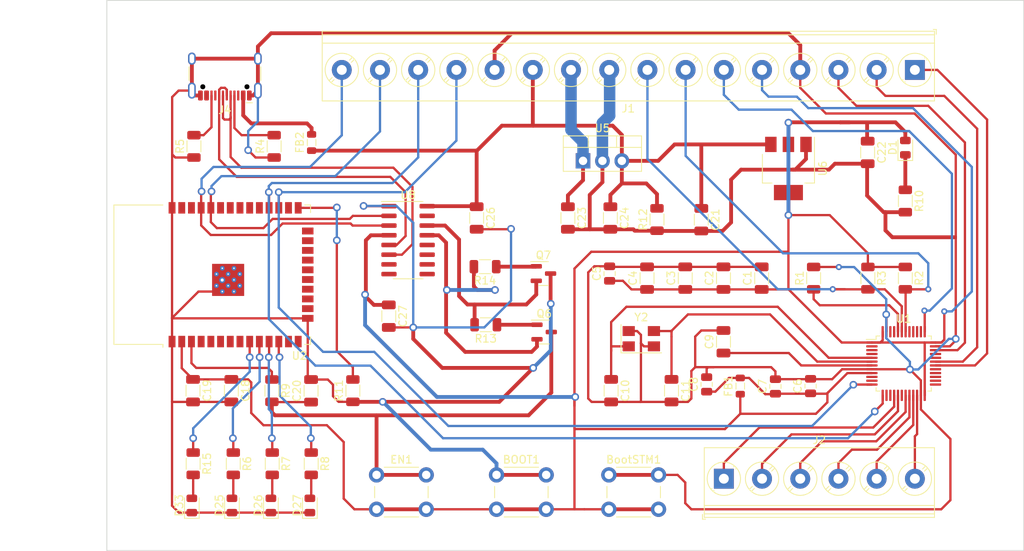
<source format=kicad_pcb>
(kicad_pcb (version 20221018) (generator pcbnew)
  (layers (0 "F.Cu" signal) (31 "B.Cu" power) (34 "B.Paste" user) (35 "F.Paste" user) (36 "B.SilkS" user "B.Silkscreen") (37 "F.SilkS" user "F.Silkscreen") (38 "B.Mask" user) (39 "F.Mask" user) (44 "Edge.Cuts" user))
  (net 0 "")
  (net 1 "+3.3V")
  (net 2 "Net-(U1-NRST)")
  (net 3 "/HSE_IN")
  (net 4 "/HSE_OUT")
  (net 5 "+5V")
  (net 6 "EN")
  (net 7 "Net-(D1-K)")
  (net 8 "Net-(J4-CC1)")
  (net 10 "Net-(J4-CC2)")
  (net 12 "DTR")
  (net 13 "RTS")
  (net 14 "Net-(U1-BOOT0)")
  (net 15 "RXD")
  (net 16 "TXD")
  (net 17 "Net-(U2-EN)")
  (net 18 "Net-(U2-IO0)")
  (net 24 "TX2")
  (net 25 "RX2")
  (net 29 "GND")
  (net 48 "Net-(D25-A)")
  (net 49 "Net-(D26-A)")
  (net 50 "Net-(D27-A)")
  (net 51 "Net-(D33-A)")
  (net 71 "D+")
  (net 72 "D-")
  (net 73 "V_in(+)")
  (net 74 "SWDIO")
  (net 75 "SWCLK")
  (net 76 "PA6")
  (net 77 "PA7")
  (net 78 "PB1")
  (net 79 "PB2")
  (net 80 "PB10")
  (net 81 "PB11")
  (net 82 "PB7")
  (net 83 "PB6")
  (net 84 "PA10")
  (net 85 "PA9")
  (net 86 "Net-(Q6-B)")
  (net 87 "Net-(Q7-B)")
  (net 95 "Net-(U2-IO25)")
  (net 96 "Net-(U2-IO26)")
  (net 97 "Net-(U2-IO27)")
  (net 98 "Net-(U2-IO33)")
  (footprint "Resistor_SMD:R_1206_3216Metric" (layer "F.Cu") (at 98.35 114.3325 -90)
    (fp_text reference "R7")
    (fp_text value "220")
  )
  (footprint "TerminalBlock_Phoenix:TerminalBlock_Phoenix_PT-1,5-16-5.0-H_1x16_P5.00mm_Horizontal" (layer "F.Cu") (at 182.45 62.795 180)
    (fp_text reference "J1")
    (fp_text value "Conn_01x16_Pin")
  )
  (footprint "Inductor_SMD:L_0805_2012Metric" (layer "F.Cu") (at 103.5 72.295 90)
    (fp_text reference "FB2")
    (fp_text value "FB")
  )
  (footprint "Resistor_SMD:R_1206_3216Metric" (layer "F.Cu") (at 176.3 90.045 -90)
    (fp_text reference "R3")
    (fp_text value "1.5k")
  )
  (footprint "Capacitor_SMD:C_1206_3216Metric" (layer "F.Cu") (at 125.1 82.17 -90)
    (fp_text reference "C26")
    (fp_text value "100n")
  )
  (footprint "Resistor_SMD:R_1206_3216Metric" (layer "F.Cu") (at 88 114.3325 -90)
    (fp_text reference "R15")
    (fp_text value "220")
  )
  (footprint "Capacitor_SMD:C_1206_3216Metric" (layer "F.Cu") (at 154.5 82.395 -90)
    (fp_text reference "C21")
    (fp_text value "22u")
  )
  (footprint "Package_TO_SOT_THT:TO-220-3_Vertical" (layer "F.Cu") (at 139.02 74.695)
    (fp_text reference "U5")
    (fp_text value "LM7805_TO220")
  )
  (footprint "Resistor_SMD:R_1206_3216Metric" (layer "F.Cu") (at 98.6 72.795 90)
    (fp_text reference "R4")
    (fp_text value "5k1")
  )
  (footprint "Inductor_SMD:L_0805_2012Metric" (layer "F.Cu") (at 159.6 104.17 90)
    (fp_text reference "FB1")
    (fp_text value "FB")
  )
  (footprint "Resistor_SMD:R_1206_3216Metric" (layer "F.Cu") (at 169.2 90.045 90)
    (fp_text reference "R1")
    (fp_text value "10k")
  )
  (footprint "Resistor_SMD:R_1206_3216Metric" (layer "F.Cu") (at 98.3 104.77 -90)
    (fp_text reference "R9")
    (fp_text value "10k")
  )
  (footprint "Resistor_SMD:R_1206_3216Metric" (layer "F.Cu") (at 181.2 90.045 -90)
    (fp_text reference "R2")
    (fp_text value "1.5k")
  )
  (footprint "Capacitor_SMD:C_1206_3216Metric" (layer "F.Cu") (at 162.4 90.045 90)
    (fp_text reference "C1")
    (fp_text value "100n")
  )
  (footprint "Capacitor_SMD:C_1206_3216Metric" (layer "F.Cu") (at 103.43 104.79 90)
    (fp_text reference "C20")
    (fp_text value "100n")
  )
  (footprint "Capacitor_SMD:C_1206_3216Metric" (layer "F.Cu") (at 176.27 73.595 -90)
    (fp_text reference "C22")
    (fp_text value "22u")
  )
  (footprint "Capacitor_SMD:C_1206_3216Metric" (layer "F.Cu") (at 142.6 82.175 -90)
    (fp_text reference "C24")
    (fp_text value "0.1u")
  )
  (footprint "Package_TO_SOT_SMD:SOT-223-3_TabPin2" (layer "F.Cu") (at 165.9 75.695 -90)
    (fp_text reference "U6")
    (fp_text value "AMS1117-3.3")
  )
  (footprint "Resistor_SMD:R_1206_3216Metric" (layer "F.Cu") (at 108.9 104.77 90)
    (fp_text reference "R11")
    (fp_text value "10k")
  )
  (footprint "Capacitor_SMD:C_0805_2012Metric" (layer "F.Cu") (at 155.2 103.95 90)
    (fp_text reference "C8")
    (fp_text value "1u")
  )
  (footprint "RF_Module:ESP32-WROOM-32" (layer "F.Cu") (at 93.485 89.595 90)
    (fp_text reference "U2")
    (fp_text value "ESP32-WROOM-32")
  )
  (footprint "Resistor_SMD:R_1206_3216Metric" (layer "F.Cu") (at 93.25 114.3325 -90)
    (fp_text reference "R6")
    (fp_text value "220")
  )
  (footprint "LED_SMD:LED_0805_2012Metric" (layer "F.Cu") (at 98.175 119.795 90)
    (fp_text reference "D26")
    (fp_text value "LED")
  )
  (footprint "Capacitor_SMD:C_1206_3216Metric" (layer "F.Cu") (at 157.4 98.37 90)
    (fp_text reference "C9")
    (fp_text value "100n")
  )
  (footprint "Capacitor_SMD:C_1206_3216Metric" (layer "F.Cu") (at 152.4 90.045 90)
    (fp_text reference "C3")
    (fp_text value "100n")
  )
  (footprint "Capacitor_SMD:C_0805_2012Metric" (layer "F.Cu") (at 142.5 89.445 90)
    (fp_text reference "C5")
    (fp_text value "1u")
  )
  (footprint "Resistor_SMD:R_1206_3216Metric" (layer "F.Cu") (at 148.7 82.375 90)
    (fp_text reference "R12")
    (fp_text value "22R")
  )
  (footprint "Crystal:Crystal_SMD_5032-4Pin_5.0x3.2mm" (layer "F.Cu") (at 146.65 97.97)
    (fp_text reference "Y2")
    (fp_text value "8MHz")
  )
  (footprint "Resistor_SMD:R_1206_3216Metric" (layer "F.Cu") (at 126.2 88.545 180)
    (fp_text reference "R14")
    (fp_text value "10k")
  )
  (footprint "TerminalBlock_Phoenix:TerminalBlock_Phoenix_PT-1,5-6-5.0-H_1x06_P5.00mm_Horizontal" (layer "F.Cu") (at 157.45 116.295)
    (fp_text reference "J2")
    (fp_text value "Conn_01x06_Pin")
  )
  (footprint "Button_Switch_THT:SW_PUSH_6mm_H4.3mm" (layer "F.Cu") (at 142.4 115.795)
    (fp_text reference "BootSTM1")
    (fp_text value "~")
  )
  (footprint "Button_Switch_THT:SW_PUSH_6mm_H4.3mm" (layer "F.Cu") (at 127.7 115.795)
    (fp_text reference "BOOT1")
    (fp_text value "~")
  )
  (footprint "Capacitor_SMD:C_1206_3216Metric" (layer "F.Cu") (at 87.98 104.77 -90)
    (fp_text reference "C19")
    (fp_text value "100n")
  )
  (footprint "Button_Switch_THT:SW_PUSH_6mm_H4.3mm" (layer "F.Cu") (at 112 115.795)
    (fp_text reference "EN1")
    (fp_text value "~")
  )
  (footprint "Capacitor_SMD:C_1206_3216Metric" (layer "F.Cu") (at 113.6 95.02 -90)
    (fp_text reference "C27")
    (fp_text value "100n")
  )
  (footprint "LED_SMD:LED_0805_2012Metric" (layer "F.Cu") (at 93.075 119.795 90)
    (fp_text reference "D25")
    (fp_text value "LED")
  )
  (footprint "Package_TO_SOT_SMD:SOT-23" (layer "F.Cu") (at 133.8375 89.445)
    (fp_text reference "Q7")
    (fp_text value "BC817")
  )
  (footprint "Resistor_SMD:R_1206_3216Metric" (layer "F.Cu") (at 103.45 114.3325 -90)
    (fp_text reference "R8")
    (fp_text value "220")
  )
  (footprint "LED_SMD:LED_0805_2012Metric" (layer "F.Cu") (at 181.2 72.97 90)
    (fp_text reference "D1")
    (fp_text value "LED")
  )
  (footprint "Capacitor_SMD:C_1206_3216Metric" (layer "F.Cu") (at 137.04 82.175 -90)
    (fp_text reference "C23")
    (fp_text value "0.33u")
  )
  (footprint "Resistor_SMD:R_1206_3216Metric" (layer "F.Cu") (at 181.2 79.95 -90)
    (fp_text reference "R10")
    (fp_text value "220")
  )
  (footprint "Package_QFP:LQFP-48_7x7mm_P0.5mm" (layer "F.Cu") (at 180.9875 101.22)
    (fp_text reference "U1")
    (fp_text value "STM32F103C8Tx")
  )
  (footprint "Connector_USB:USB_C_Receptacle_HCTL_HC-TYPE-C-16P-01A" (layer "F.Cu") (at 92.15 62.395 180)
    (fp_text reference "J4")
    (fp_text value "USB_C_Receptacle_USB2.0_16P")
  )
  (footprint "Capacitor_SMD:C_1206_3216Metric" (layer "F.Cu") (at 147.4 90.045 90)
    (fp_text reference "C4")
    (fp_text value "100n")
  )
  (footprint "LED_SMD:LED_0805_2012Metric" (layer "F.Cu") (at 103.275 119.795 90)
    (fp_text reference "D27")
    (fp_text value "LED")
  )
  (footprint "Capacitor_SMD:C_1206_3216Metric" (layer "F.Cu") (at 142.7 104.77 -90)
    (fp_text reference "C10")
    (fp_text value "10p")
  )
  (footprint "Capacitor_SMD:C_1206_3216Metric" (layer "F.Cu") (at 150.6 104.77 -90)
    (fp_text reference "C11")
    (fp_text value "10p")
  )
  (footprint "Capacitor_SMD:C_1206_3216Metric" (layer "F.Cu") (at 157.4 90.045 90)
    (fp_text reference "C2")
    (fp_text value "100n")
  )
  (footprint "Package_SO:SOP-16_3.9x9.9mm_P1.27mm" (layer "F.Cu") (at 116.125 85.07)
    (fp_text reference "U8")
    (fp_text value "CH340C")
  )
  (footprint "Resistor_SMD:R_1206_3216Metric" (layer "F.Cu") (at 126.29375 96.145 180)
    (fp_text reference "R13")
    (fp_text value "10k")
  )
  (footprint "Capacitor_SMD:C_1206_3216Metric" (layer "F.Cu") (at 93 104.77 -90)
    (fp_text reference "C18")
    (fp_text value "22u")
  )
  (footprint "Capacitor_SMD:C_0805_2012Metric" (layer "F.Cu") (at 168.8 104.17 90)
    (fp_text reference "C6")
    (fp_text value "10n")
  )
  (footprint "LED_SMD:LED_0805_2012Metric" (layer "F.Cu") (at 87.825 119.795 90)
    (fp_text reference "D33")
    (fp_text value "LED")
  )
  (footprint "Resistor_SMD:R_1206_3216Metric" (layer "F.Cu") (at 88.1 72.795 90)
    (fp_text reference "R5")
    (fp_text value "5k1")
  )
  (footprint "Capacitor_SMD:C_0805_2012Metric" (layer "F.Cu") (at 164.2 104.22 90)
    (fp_text reference "C7")
    (fp_text value "1u")
  )
  (footprint "Package_TO_SOT_SMD:SOT-23" (layer "F.Cu") (at 133.93125 97.095)
    (fp_text reference "Q6")
    (fp_text value "BC817")
  )
  (gr_line (start 76.7 53.695) (end 196.7 53.695) (stroke (width 0.1)) (layer "Edge.Cuts"))
  (gr_line (start 76.7 53.695) (end 76.7 125.695) (stroke (width 0.1)) (layer "Edge.Cuts"))
  (gr_line (start 196.7 125.695) (end 196.7 53.695) (stroke (width 0.1)) (layer "Edge.Cuts"))
  (gr_line (start 76.7 125.695) (end 196.7 125.695) (stroke (width 0.1)) (layer "Edge.Cuts"))
  (segment (start 165.9 81.795) (end 165.9 86.695) (width 0.3) (layer "F.Cu") (net 1))
  (segment (start 171 105.095) (end 171 106.295) (width 0.3) (layer "F.Cu") (net 1))
  (segment (start 165.9 69.65) (end 165.9 69.695) (width 0.5) (layer "F.Cu") (net 1))
  (segment (start 86.505 101.82) (end 86.505 98.345) (width 0.3) (layer "F.Cu") (net 1))
  (segment (start 162.4 91.52) (end 165.925 91.52) (width 0.3) (layer "F.Cu") (net 1))
  (segment (start 157.4 91.52) (end 152.4 91.52) (width 0.3) (layer "F.Cu") (net 1))
  (segment (start 162.4 91.52) (end 157.4 91.52) (width 0.3) (layer "F.Cu") (net 1))
  (segment (start 159.6 105.2325) (end 159.6 107.795) (width 0.3) (layer "F.Cu") (net 1))
  (segment (start 171.15 104.945) (end 170.925 105.17) (width 0.3) (layer "F.Cu") (net 1))
  (segment (start 162.875 105.2325) (end 164.1375 105.2325) (width 0.3) (layer "F.Cu") (net 1))
  (segment (start 127.7 120.295) (end 118.5 120.295) (width 0.3) (layer "F.Cu") (net 1))
  (segment (start 95.2 103.295) (end 95.6 103.695) (width 0.3) (layer "F.Cu") (net 1))
  (segment (start 93 103.295) (end 95.2 103.295) (width 0.3) (layer "F.Cu") (net 1))
  (segment (start 186.3 98.095) (end 185.925 98.47) (width 0.3) (layer "F.Cu") (net 1))
  (segment (start 107.7 118.895) (end 109.1 120.295) (width 0.3) (layer "F.Cu") (net 1))
  (segment (start 165.9 81.795) (end 171.3 81.795) (width 0.3) (layer "F.Cu") (net 1))
  (segment (start 170.925 105.17) (end 164.2 105.17) (width 0.3) (layer "F.Cu") (net 1))
  (segment (start 97.2 109.295) (end 105.5 109.295) (width 0.3) (layer "F.Cu") (net 1))
  (segment (start 145.3625 91.52) (end 144.2375 90.395) (width 0.3) (layer "F.Cu") (net 1))
  (segment (start 137.9 105.495) (end 138 105.595) (width 0.3) (layer "F.Cu") (net 1))
  (segment (start 118.5 120.295) (end 112 120.295) (width 0.5) (layer "F.Cu") (net 1))
  (segment (start 178.2375 97.0575) (end 178.2375 98.1575) (width 0.3) (layer "F.Cu") (net 1))
  (segment (start 113.65 84.435) (end 111.26 84.435) (width 0.5) (layer "F.Cu") (net 1))
  (segment (start 171 106.295) (end 169.5 107.795) (width 0.3) (layer "F.Cu") (net 1))
  (segment (start 137.9 105.295) (end 137.9 88.795) (width 0.3) (layer "F.Cu") (net 1))
  (segment (start 172.875 98.47) (end 176.825 98.47) (width 0.3) (layer "F.Cu") (net 1))
  (segment (start 185.925 98.47) (end 185.15 98.47) (width 0.3) (layer "F.Cu") (net 1))
  (segment (start 179.905 69.65) (end 172.7 69.65) (width 0.5) (layer "F.Cu") (net 1))
  (segment (start 183.7375 98.5075) (end 183.7 98.47) (width 0.3) (layer "F.Cu") (net 1))
  (segment (start 152.4 91.52) (end 147.4 91.52) (width 0.3) (layer "F.Cu") (net 1))
  (segment (start 164.1375 105.2325) (end 164.2 105.17) (width 0.3) (layer "F.Cu") (net 1))
  (segment (start 159.6 107.795) (end 157.6 109.795) (width 0.3) (layer "F.Cu") (net 1))
  (segment (start 157.6 109.795) (end 138 109.795) (width 0.3) (layer "F.Cu") (net 1))
  (segment (start 134.2 120.295) (end 127.7 120.295) (width 0.5) (layer "F.Cu") (net 1))
  (segment (start 177.6 98.47) (end 176.825 98.47) (width 0.3) (layer "F.Cu") (net 1))
  (segment (start 171.3 81.795) (end 176.3 86.795) (width 0.3) (layer "F.Cu") (net 1))
  (segment (start 110.6 85.095) (end 110.6 92.095) (width 0.5) (layer "F.Cu") (net 1))
  (segment (start 165.9 69.695) (end 165.9 72.545) (width 0.5) (layer "F.Cu") (net 1))
  (segment (start 169.5 107.795) (end 159.6 107.795) (width 0.3) (layer "F.Cu") (net 1))
  (segment (start 156.3325 104.9) (end 158.125 103.1075) (width 0.3) (layer "F.Cu") (net 1))
  (segment (start 138 109.795) (end 137.9 109.695) (width 0.3) (layer "F.Cu") (net 1))
  (segment (start 165.9 86.695) (end 165.9 91.495) (width 0.3) (layer "F.Cu") (net 1))
  (segment (start 186.3 94.395) (end 186.3 98.095) (width 0.3) (layer "F.Cu") (net 1))
  (segment (start 110.6 92.495) (end 111.65 93.545) (width 0.5) (layer "F.Cu") (net 1))
  (segment (start 183.7 98.47) (end 177.6 98.47) (width 0.3) (layer "F.Cu") (net 1))
  (segment (start 173.9 69.65) (end 172.7 69.65) (width 0.5) (layer "F.Cu") (net 1))
  (segment (start 148.9 120.295) (end 142.4 120.295) (width 0.5) (layer "F.Cu") (net 1))
  (segment (start 159.6 103.1075) (end 160.75 103.1075) (width 0.3) (layer "F.Cu") (net 1))
  (segment (start 181.2 88.5825) (end 176.3 88.5825) (width 0.3) (layer "F.Cu") (net 1))
  (segment (start 95.6 107.695) (end 97.2 109.295) (width 0.3) (layer "F.Cu") (net 1))
  (segment (start 110.5 92.195) (end 110.6 92.295) (width 0.5) (layer "F.Cu") (net 1))
  (segment (start 165.9 78.845) (end 165.9 81.795) (width 0.5) (layer "F.Cu") (net 1))
  (segment (start 178.2375 98.1575) (end 177.925 98.47) (width 0.3) (layer "F.Cu") (net 1))
  (segment (start 139.2 120.295) (end 134.2 120.295) (width 0.3) (layer "F.Cu") (net 1))
  (segment (start 95.6 103.695) (end 95.6 107.695) (width 0.3) (layer "F.Cu") (net 1))
  (segment (start 110.6 92.295) (end 110.6 92.495) (width 0.5) (layer "F.Cu") (net 1))
  (segment (start 165.925 91.52) (end 172.875 98.47) (width 0.3) (layer "F.Cu") (net 1))
  (segment (start 165.9 81.795) (end 165.9 81.895) (width 0.5) (layer "F.Cu") (net 1))
  (segment (start 155.2 104.9) (end 156.3325 104.9) (width 0.3) (layer "F.Cu") (net 1))
  (segment (start 140.1 86.595) (end 165.8 86.595) (width 0.3) (layer "F.Cu") (net 1))
  (segment (start 172.7 69.65) (end 165.9 69.65) (width 0.5) (layer "F.Cu") (net 1))
  (segment (start 87.98 103.295) (end 86.505 101.82) (width 0.3) (layer "F.Cu") (net 1))
  (segment (start 107.7 111.495) (end 107.7 118.895) (width 0.3) (layer "F.Cu") (net 1))
  (segment (start 160.75 103.1075) (end 162.875 105.2325) (width 0.3) (layer "F.Cu") (net 1))
  (segment (start 147.4 91.52) (end 145.3625 91.52) (width 0.3) (layer "F.Cu") (net 1))
  (segment (start 137.9 88.795) (end 140.1 86.595) (width 0.3) (layer "F.Cu") (net 1))
  (segment (start 171.15 104.945) (end 171 105.095) (width 0.3) (layer "F.Cu") (net 1))
  (segment (start 176.2 72.13) (end 176.2 69.66) (width 0.5) (layer "F.Cu") (net 1))
  (segment (start 144.2375 90.395) (end 142.5 90.395) (width 0.3) (layer "F.Cu") (net 1))
  (segment (start 142.4 120.295) (end 139.2 120.295) (width 0.3) (layer "F.Cu") (net 1))
  (segment (start 110.6 92.095) (end 110.5 92.195) (width 0.5) (layer "F.Cu") (net 1))
  (segment (start 181.2 70.945) (end 179.905 69.65) (width 0.5) (layer "F.Cu") (net 1))
  (segment (start 183.7375 105.3825) (end 183.7375 98.5075) (width 0.3) (layer "F.Cu") (net 1))
  (segment (start 177.925 98.47) (end 177.6 98.47) (width 0.3) (layer "F.Cu") (net 1))
  (segment (start 137.9 106.795) (end 137.9 105.295) (width 0.3) (layer "F.Cu") (net 1))
  (segment (start 176.825 102.47) (end 173.625 102.47) (width 0.3) (layer "F.Cu") (net 1))
  (segment (start 111.26 84.435) (end 110.6 85.095) (width 0.5) (layer "F.Cu") (net 1))
  (segment (start 176.3 86.795) (end 176.3 88.5825) (width 0.3) (layer "F.Cu") (net 1))
  (segment (start 165.8 86.595) (end 165.9 86.695) (width 0.3) (layer "F.Cu") (net 1))
  (segment (start 173.625 102.47) (end 171.15 104.945) (width 0.3) (layer "F.Cu") (net 1))
  (segment (start 137.9 105.695) (end 137.9 120.295) (width 0.3) (layer "F.Cu") (net 1))
  (segment (start 158.125 103.1075) (end 159.6 103.1075) (width 0.3) (layer "F.Cu") (net 1))
  (segment (start 138 105.595) (end 137.9 105.695) (width 0.3) (layer "F.Cu") (net 1))
  (segment (start 181.2 72.0325) (end 181.2 70.945) (width 0.5) (layer "F.Cu") (net 1))
  (segment (start 137.9 105.295) (end 137.9 105.495) (width 0.3) (layer "F.Cu") (net 1))
  (segment (start 105.5 109.295) (end 107.7 111.495) (width 0.3) (layer "F.Cu") (net 1))
  (segment (start 185.15 98.47) (end 183.7 98.47) (width 0.3) (layer "F.Cu") (net 1))
  (segment (start 93 103.295) (end 87.98 103.295) (width 0.3) (layer "F.Cu") (net 1))
  (segment (start 109.1 120.295) (end 112 120.295) (width 0.3) (layer "F.Cu") (net 1))
  (segment (start 111.65 93.545) (end 113.6 93.545) (width 0.5) (layer "F.Cu") (net 1))
  (via (at 138 105.595) (size 1) (drill 0.6) (layers "F.Cu" "B.Cu") (net 1))
  (via (at 110.5 92.195) (size 1) (drill 0.6) (layers "F.Cu" "B.Cu") (net 1))
  (via (at 186.3 94.395) (size 0.8) (drill 0.4) (layers "F.Cu" "B.Cu") (net 1))
  (via (at 165.9 69.695) (size 1) (drill 0.6) (layers "F.Cu" "B.Cu") (net 1))
  (via (at 165.9 81.795) (size 1) (drill 0.6) (layers "F.Cu" "B.Cu") (net 1))
  (segment (start 186.3 94.395) (end 187.3 94.395) (width 0.3) (layer "B.Cu") (net 1))
  (segment (start 167 66.295) (end 163.3 66.295) (width 0.3) (layer "B.Cu") (net 1))
  (segment (start 119.9 105.595) (end 110.5 96.195) (width 0.5) (layer "B.Cu") (net 1))
  (segment (start 168.5 67.795) (end 167 66.295) (width 0.3) (layer "B.Cu") (net 1))
  (segment (start 163.3 66.295) (end 162.45 65.445) (width 0.3) (layer "B.Cu") (net 1))
  (segment (start 162.45 65.445) (end 162.45 62.795) (width 0.3) (layer "B.Cu") (net 1))
  (segment (start 182.2 67.795) (end 168.5 67.795) (width 0.3) (layer "B.Cu") (net 1))
  (segment (start 138 105.595) (end 119.9 105.595) (width 0.5) (layer "B.Cu") (net 1))
  (segment (start 187.3 94.395) (end 189.9 91.795) (width 0.3) (layer "B.Cu") (net 1))
  (segment (start 189.9 91.795) (end 189.9 75.495) (width 0.3) (layer "B.Cu") (net 1))
  (segment (start 165.9 81.795) (end 165.9 69.695) (width 0.5) (layer "B.Cu") (net 1))
  (segment (start 110.5 96.195) (end 110.5 92.195) (width 0.5) (layer "B.Cu") (net 1))
  (segment (start 189.9 75.495) (end 182.2 67.795) (width 0.3) (layer "B.Cu") (net 1))
  (segment (start 165.95 99.845) (end 157.4 99.845) (width 0.3) (layer "F.Cu") (net 2))
  (segment (start 176.825 101.47) (end 167.575 101.47) (width 0.3) (layer "F.Cu") (net 2))
  (segment (start 167.575 101.47) (end 165.95 99.845) (width 0.3) (layer "F.Cu") (net 2))
  (segment (start 145 98.97) (end 142.7 98.97) (width 0.3) (layer "F.Cu") (net 3))
  (segment (start 142.7 95.795) (end 142.7 99.57) (width 0.3) (layer "F.Cu") (net 3))
  (segment (start 171.175 100.47) (end 164.5 93.795) (width 0.3) (layer "F.Cu") (net 3))
  (segment (start 144.7 93.795) (end 142.7 95.795) (width 0.3) (layer "F.Cu") (net 3))
  (segment (start 142.7 99.57) (end 142.7 103.295) (width 0.3) (layer "F.Cu") (net 3))
  (segment (start 164.5 93.795) (end 144.7 93.795) (width 0.3) (layer "F.Cu") (net 3))
  (segment (start 142.7 98.97) (end 142.7 99.57) (width 0.3) (layer "F.Cu") (net 3))
  (segment (start 176.825 100.47) (end 171.175 100.47) (width 0.3) (layer "F.Cu") (net 3))
  (segment (start 150.6 97.695) (end 150.6 103.295) (width 0.3) (layer "F.Cu") (net 4))
  (segment (start 150.6 97.095) (end 150.6 96.995) (width 0.3) (layer "F.Cu") (net 4))
  (segment (start 150.6 96.995) (end 150.6 96.945) (width 0.3) (layer "F.Cu") (net 4))
  (segment (start 169.675 100.97) (end 176.825 100.97) (width 0.3) (layer "F.Cu") (net 4))
  (segment (start 150.575 96.97) (end 150.6 96.995) (width 0.3) (layer "F.Cu") (net 4))
  (segment (start 152.75 94.795) (end 163.5 94.795) (width 0.3) (layer "F.Cu") (net 4))
  (segment (start 150.6 96.945) (end 152.75 94.795) (width 0.3) (layer "F.Cu") (net 4))
  (segment (start 150.6 97.695) (end 150.6 97.095) (width 0.3) (layer "F.Cu") (net 4))
  (segment (start 148.3 96.97) (end 150.575 96.97) (width 0.3) (layer "F.Cu") (net 4))
  (segment (start 163.5 94.795) (end 169.675 100.97) (width 0.3) (layer "F.Cu") (net 4))
  (segment (start 148.855 74.695) (end 144.1 74.695) (width 0.5) (layer "F.Cu") (net 5))
  (segment (start 125.1 73.3575) (end 103.5 73.3575) (width 0.5) (layer "F.Cu") (net 5))
  (segment (start 142.9 70.095) (end 132.5 70.095) (width 0.5) (layer "F.Cu") (net 5))
  (segment (start 154.5 72.545) (end 151.005 72.545) (width 0.5) (layer "F.Cu") (net 5))
  (segment (start 147.3 77.65) (end 144.1 77.65) (width 0.5) (layer "F.Cu") (net 5))
  (segment (start 125.1 80.695) (end 125.1 73.3575) (width 0.5) (layer "F.Cu") (net 5))
  (segment (start 144.1 74.695) (end 144.1 71.295) (width 0.5) (layer "F.Cu") (net 5))
  (segment (start 154.5 80.92) (end 154.5 72.545) (width 0.5) (layer "F.Cu") (net 5))
  (segment (start 144.1 71.295) (end 142.9 70.095) (width 0.5) (layer "F.Cu") (net 5))
  (segment (start 132.45 70.045) (end 132.5 70.095) (width 0.5) (layer "F.Cu") (net 5))
  (segment (start 132.45 62.795) (end 132.45 70.045) (width 0.5) (layer "F.Cu") (net 5))
  (segment (start 142.6 79.15) (end 142.6 80.7) (width 0.5) (layer "F.Cu") (net 5))
  (segment (start 128.4 70.095) (end 125.1375 73.3575) (width 0.5) (layer "F.Cu") (net 5))
  (segment (start 125.1375 73.3575) (end 125.1 73.3575) (width 0.5) (layer "F.Cu") (net 5))
  (segment (start 148.7 80.9125) (end 148.7 79.05) (width 0.5) (layer "F.Cu") (net 5))
  (segment (start 94.55 66.14) (end 94.55 68.745) (width 0.5) (layer "F.Cu") (net 5))
  (segment (start 148.7 79.05) (end 147.3 77.65) (width 0.5) (layer "F.Cu") (net 5))
  (segment (start 102.9 69.795) (end 103.5 70.395) (width 0.5) (layer "F.Cu") (net 5))
  (segment (start 125.03 80.625) (end 125.1 80.695) (width 0.5) (layer "F.Cu") (net 5))
  (segment (start 118.6 80.625) (end 125.03 80.625) (width 0.5) (layer "F.Cu") (net 5))
  (segment (start 132.5 70.095) (end 128.4 70.095) (width 0.5) (layer "F.Cu") (net 5))
  (segment (start 94.55 68.745) (end 95.6 69.795) (width 0.5) (layer "F.Cu") (net 5))
  (segment (start 151.005 72.545) (end 148.855 74.695) (width 0.5) (layer "F.Cu") (net 5))
  (segment (start 163.6 72.545) (end 154.5 72.545) (width 0.5) (layer "F.Cu") (net 5))
  (segment (start 103.5 70.395) (end 103.5 71.2325) (width 0.5) (layer "F.Cu") (net 5))
  (segment (start 144.1 77.65) (end 142.6 79.15) (width 0.5) (layer "F.Cu") (net 5))
  (segment (start 144.1 77.65) (end 144.1 74.695) (width 0.5) (layer "F.Cu") (net 5))
  (segment (start 95.6 69.795) (end 102.9 69.795) (width 0.5) (layer "F.Cu") (net 5))
  (segment (start 134.86875 105.02625) (end 131.9 107.995) (width 0.5) (layer "F.Cu") (net 6))
  (segment (start 131.9 107.995) (end 98.7 107.995) (width 0.5) (layer "F.Cu") (net 6))
  (segment (start 118.5 115.795) (end 112 115.795) (width 0.5) (layer "F.Cu") (net 6))
  (segment (start 112 115.795) (end 112 107.995) (width 0.5) (layer "F.Cu") (net 6))
  (segment (start 134.86875 97.095) (end 134.86875 105.02625) (width 0.5) (layer "F.Cu") (net 6))
  (segment (start 98.3325 106.265) (end 98.3 106.2325) (width 0.3) (layer "F.Cu") (net 6))
  (segment (start 98.7 107.995) (end 98.3 107.595) (width 0.5) (layer "F.Cu") (net 6))
  (segment (start 98.3 107.595) (end 98.3 106.2325) (width 0.5) (layer "F.Cu") (net 6))
  (segment (start 103.43 106.265) (end 98.3325 106.265) (width 0.3) (layer "F.Cu") (net 6))
  (segment (start 181.2 73.9075) (end 181.2 78.4825) (width 0.5) (layer "F.Cu") (net 7))
  (segment (start 94.3375 71.3325) (end 93.4 70.395) (width 0.3) (layer "F.Cu") (net 8))
  (segment (start 93.4 70.395) (end 93.4 66.14) (width 0.3) (layer "F.Cu") (net 8))
  (segment (start 98.6 71.3325) (end 94.3375 71.3325) (width 0.3) (layer "F.Cu") (net 8))
  (segment (start 89.3625 71.3325) (end 88.1 71.3325) (width 0.3) (layer "F.Cu") (net 10))
  (segment (start 90.4 66.14) (end 90.4 70.295) (width 0.3) (layer "F.Cu") (net 10))
  (segment (start 90.4 70.295) (end 89.3625 71.3325) (width 0.3) (layer "F.Cu") (net 10))
  (segment (start 121.1 85.395) (end 120.14 84.435) (width 0.5) (layer "F.Cu") (net 12))
  (segment (start 121.1 91.495) (end 121.1 85.395) (width 0.5) (layer "F.Cu") (net 12))
  (segment (start 123.6 99.695) (end 132.3 99.695) (width 0.5) (layer "F.Cu") (net 12))
  (segment (start 121.2 91.595) (end 121.1 91.495) (width 0.5) (layer "F.Cu") (net 12))
  (segment (start 132.99375 99.00125) (end 132.99375 98.045) (width 0.5) (layer "F.Cu") (net 12))
  (segment (start 124.7375 91.1325) (end 125.2 91.595) (width 0.5) (layer "F.Cu") (net 12))
  (segment (start 127.5 91.595) (end 127.4 91.595) (width 0.5) (layer "F.Cu") (net 12))
  (segment (start 121.1 97.195) (end 123.6 99.695) (width 0.5) (layer "F.Cu") (net 12))
  (segment (start 121.1 91.695) (end 121.1 97.195) (width 0.5) (layer "F.Cu") (net 12))
  (segment (start 120.14 84.435) (end 118.6 84.435) (width 0.5) (layer "F.Cu") (net 12))
  (segment (start 125.2 91.595) (end 127.5 91.595) (width 0.5) (layer "F.Cu") (net 12))
  (segment (start 132.3 99.695) (end 132.99375 99.00125) (width 0.5) (layer "F.Cu") (net 12))
  (segment (start 124.7375 88.545) (end 124.7375 91.1325) (width 0.5) (layer "F.Cu") (net 12))
  (segment (start 121.2 91.595) (end 121.1 91.695) (width 0.5) (layer "F.Cu") (net 12))
  (via (at 121.2 91.595) (size 1) (drill 0.6) (layers "F.Cu" "B.Cu") (net 12))
  (via (at 127.5 91.595) (size 1) (drill 0.6) (layers "F.Cu" "B.Cu") (net 12))
  (segment (start 121.2 91.595) (end 127.5 91.595) (width 0.5) (layer "B.Cu") (net 12))
  (segment (start 120.97 83.165) (end 118.6 83.165) (width 0.5) (layer "F.Cu") (net 13))
  (segment (start 123.9 93.495) (end 122.8 92.395) (width 0.5) (layer "F.Cu") (net 13))
  (segment (start 124.83125 96.145) (end 124.83125 93.495) (width 0.5) (layer "F.Cu") (net 13))
  (segment (start 132.9 90.395) (end 132.9 92.195) (width 0.5) (layer "F.Cu") (net 13))
  (segment (start 132.9 92.195) (end 131.6 93.495) (width 0.5) (layer "F.Cu") (net 13))
  (segment (start 122.8 92.395) (end 122.8 84.995) (width 0.5) (layer "F.Cu") (net 13))
  (segment (start 122.8 84.995) (end 120.97 83.165) (width 0.5) (layer "F.Cu") (net 13))
  (segment (start 131.6 93.495) (end 123.9 93.495) (width 0.5) (layer "F.Cu") (net 13))
  (segment (start 169.2 91.5075) (end 169.2 92.795) (width 0.3) (layer "F.Cu") (net 14))
  (segment (start 180.2375 94.7325) (end 180.2375 97.0575) (width 0.3) (layer "F.Cu") (net 14))
  (segment (start 169.2 92.795) (end 170 93.595) (width 0.3) (layer "F.Cu") (net 14))
  (segment (start 170 93.595) (end 179.1 93.595) (width 0.3) (layer "F.Cu") (net 14))
  (segment (start 179.1 93.595) (end 180.2375 94.7325) (width 0.3) (layer "F.Cu") (net 14))
  (segment (start 97.2 83.495) (end 91.1 83.495) (width 0.3) (layer "F.Cu") (net 15))
  (segment (start 108.9 81.895) (end 108.5 82.295) (width 0.3) (layer "F.Cu") (net 15))
  (segment (start 90.315 80.845) (end 90.315 78.78) (width 0.3) (layer "F.Cu") (net 15))
  (segment (start 90.315 78.78) (end 90.4 78.695) (width 0.3) (layer "F.Cu") (net 15))
  (segment (start 108.5 82.295) (end 98.4 82.295) (width 0.3) (layer "F.Cu") (net 15))
  (segment (start 90.4 78.795) (end 90.3 78.895) (width 0.3) (layer "F.Cu") (net 15))
  (segment (start 91.1 83.495) (end 90.315 82.71) (width 0.3) (layer "F.Cu") (net 15))
  (segment (start 113.65 81.895) (end 108.9 81.895) (width 0.3) (layer "F.Cu") (net 15))
  (segment (start 90.4 78.695) (end 90.4 78.795) (width 0.3) (layer "F.Cu") (net 15))
  (segment (start 90.315 82.71) (end 90.315 80.845) (width 0.3) (layer "F.Cu") (net 15))
  (segment (start 98.4 82.295) (end 97.2 83.495) (width 0.3) (layer "F.Cu") (net 15))
  (via (at 90.4 78.695) (size 1) (drill 0.6) (layers "F.Cu" "B.Cu") (net 15))
  (segment (start 91.7 76.695) (end 106.6 76.695) (width 0.3) (layer "B.Cu") (net 15))
  (segment (start 112.45 70.845) (end 112.45 62.795) (width 0.3) (layer "B.Cu") (net 15))
  (segment (start 90.4 77.995) (end 91.7 76.695) (width 0.3) (layer "B.Cu") (net 15))
  (segment (start 106.6 76.695) (end 112.45 70.845) (width 0.3) (layer "B.Cu") (net 15))
  (segment (start 90.4 78.695) (end 90.4 77.995) (width 0.3) (layer "B.Cu") (net 15))
  (segment (start 89.045 80.845) (end 89.045 78.75) (width 0.3) (layer "F.Cu") (net 16))
  (segment (start 108.6 82.895) (end 99.7 82.895) (width 0.3) (layer "F.Cu") (net 16))
  (segment (start 113.65 83.165) (end 108.87 83.165) (width 0.3) (layer "F.Cu") (net 16))
  (segment (start 89.045 78.75) (end 89.1 78.695) (width 0.3) (layer "F.Cu") (net 16))
  (segment (start 89.1 78.695) (end 89.1 78.895) (width 0.3) (layer "F.Cu") (net 16))
  (segment (start 90.3 84.395) (end 89.045 83.14) (width 0.3) (layer "F.Cu") (net 16))
  (segment (start 89.045 83.14) (end 89.045 80.845) (width 0.3) (layer "F.Cu") (net 16))
  (segment (start 99.7 82.895) (end 98.2 84.395) (width 0.3) (layer "F.Cu") (net 16))
  (segment (start 108.87 83.165) (end 108.6 82.895) (width 0.3) (layer "F.Cu") (net 16))
  (segment (start 89.1 78.895) (end 89 78.995) (width 0.3) (layer "F.Cu") (net 16))
  (segment (start 98.2 84.395) (end 90.3 84.395) (width 0.3) (layer "F.Cu") (net 16))
  (via (at 89.1 78.695) (size 1) (drill 0.6) (layers "F.Cu" "B.Cu") (net 16))
  (segment (start 89.1 77.045) (end 89.1 78.695) (width 0.3) (layer "B.Cu") (net 16))
  (segment (start 107.45 62.795) (end 107.45 71.345) (width 0.3) (layer "B.Cu") (net 16))
  (segment (start 90.65 75.495) (end 89.1 77.045) (width 0.3) (layer "B.Cu") (net 16))
  (segment (start 107.45 71.345) (end 103.3 75.495) (width 0.3) (layer "B.Cu") (net 16))
  (segment (start 103.3 75.495) (end 90.65 75.495) (width 0.3) (layer "B.Cu") (net 16))
  (segment (start 97.8 101.795) (end 88.4 101.795) (width 0.3) (layer "F.Cu") (net 17))
  (segment (start 87.775 101.17) (end 87.775 98.345) (width 0.3) (layer "F.Cu") (net 17))
  (segment (start 98.3 102.295) (end 97.8 101.795) (width 0.3) (layer "F.Cu") (net 17))
  (segment (start 88.4 101.795) (end 87.775 101.17) (width 0.3) (layer "F.Cu") (net 17))
  (segment (start 98.3 103.3075) (end 98.3 102.295) (width 0.3) (layer "F.Cu") (net 17))
  (segment (start 106.75 80.845) (end 101.745 80.845) (width 0.3) (layer "F.Cu") (net 18))
  (segment (start 106.8 85.095) (end 106.8 99.595) (width 0.3) (layer "F.Cu") (net 18))
  (segment (start 106.8 80.795) (end 106.75 80.845) (width 0.3) (layer "F.Cu") (net 18))
  (segment (start 108.9 101.695) (end 108.9 103.3075) (width 0.3) (layer "F.Cu") (net 18))
  (segment (start 106.8 99.595) (end 108.9 101.695) (width 0.3) (layer "F.Cu") (net 18))
  (via (at 106.8 80.795) (size 1) (drill 0.6) (layers "F.Cu" "B.Cu") (net 18))
  (via (at 106.8 85.095) (size 1) (drill 0.6) (layers "F.Cu" "B.Cu") (net 18))
  (segment (start 106.8 80.795) (end 106.8 85.095) (width 0.3) (layer "B.Cu") (net 18))
  (segment (start 174.4 103.995) (end 174.6 103.995) (width 0.3) (layer "F.Cu") (net 24))
  (segment (start 99.205 78.8) (end 99.2 78.795) (width 0.3) (layer "F.Cu") (net 24))
  (segment (start 174.425 103.97) (end 174.4 103.995) (width 0.3) (layer "F.Cu") (net 24))
  (segment (start 174.6 103.995) (end 174.625 103.97) (width 0.3) (layer "F.Cu") (net 24))
  (segment (start 99.2 78.895) (end 99.2 78.985) (width 0.3) (layer "F.Cu") (net 24))
  (segment (start 99.2 78.985) (end 99.205 78.99) (width 0.3) (layer "F.Cu") (net 24))
  (segment (start 176.825 103.97) (end 174.425 103.97) (width 0.3) (layer "F.Cu") (net 24))
  (segment (start 99.205 80.845) (end 99.205 78.8) (width 0.3) (layer "F.Cu") (net 24))
  (segment (start 99.205 78.99) (end 99.205 79.1) (width 0.3) (layer "F.Cu") (net 24))
  (via (at 174.4 103.995) (size 1) (drill 0.6) (layers "F.Cu" "B.Cu") (net 24))
  (via (at 99.2 78.795) (size 1) (drill 0.6) (layers "F.Cu" "B.Cu") (net 24))
  (segment (start 99.2 78.795) (end 115.7 78.795) (width 0.3) (layer "B.Cu") (net 24))
  (segment (start 121.4 109.395) (end 111.7 99.695) (width 0.3) (layer "B.Cu") (net 24))
  (segment (start 115.7 78.795) (end 122.45 72.045) (width 0.3) (layer "B.Cu") (net 24))
  (segment (start 99.2 93.895) (end 99.2 78.795) (width 0.3) (layer "B.Cu") (net 24))
  (segment (start 174.4 103.995) (end 169 109.395) (width 0.3) (layer "B.Cu") (net 24))
  (segment (start 105 99.695) (end 99.2 93.895) (width 0.3) (layer "B.Cu") (net 24))
  (segment (start 169 109.395) (end 121.4 109.395) (width 0.3) (layer "B.Cu") (net 24))
  (segment (start 122.45 72.045) (end 122.45 62.795) (width 0.3) (layer "B.Cu") (net 24))
  (segment (start 111.7 99.695) (end 105 99.695) (width 0.3) (layer "B.Cu") (net 24))
  (segment (start 97.9 78.795) (end 97.9 78.995) (width 0.3) (layer "F.Cu") (net 25))
  (segment (start 178.2375 105.3825) (end 178.2375 106.4575) (width 0.3) (layer "F.Cu") (net 25))
  (segment (start 97.935 80.845) (end 97.935 78.83) (width 0.3) (layer "F.Cu") (net 25))
  (segment (start 97.9 78.995) (end 97.935 79.03) (width 0.3) (layer "F.Cu") (net 25))
  (segment (start 178.2375 106.4575) (end 177.2 107.495) (width 0.3) (layer "F.Cu") (net 25))
  (segment (start 97.935 78.83) (end 97.9 78.795) (width 0.3) (layer "F.Cu") (net 25))
  (via (at 97.9 78.795) (size 1) (drill 0.6) (layers "F.Cu" "B.Cu") (net 25))
  (via (at 177.2 107.495) (size 1) (drill 0.6) (layers "F.Cu" "B.Cu") (net 25))
  (segment (start 117.45 62.795) (end 117.45 74.245) (width 0.3) (layer "B.Cu") (net 25))
  (segment (start 97.9 78.795) (end 97.9 95.395) (width 0.3) (layer "B.Cu") (net 25))
  (segment (start 111.2 101.495) (end 120.7 110.995) (width 0.3) (layer "B.Cu") (net 25))
  (segment (start 104 101.495) (end 111.2 101.495) (width 0.3) (layer "B.Cu") (net 25))
  (segment (start 173.7 110.995) (end 177.2 107.495) (width 0.3) (layer "B.Cu") (net 25))
  (segment (start 97.9 95.395) (end 104 101.495) (width 0.3) (layer "B.Cu") (net 25))
  (segment (start 114.1 77.595) (end 98.3 77.595) (width 0.3) (layer "B.Cu") (net 25))
  (segment (start 120.7 110.995) (end 173.7 110.995) (width 0.3) (layer "B.Cu") (net 25))
  (segment (start 117.45 74.245) (end 114.1 77.595) (width 0.3) (layer "B.Cu") (net 25))
  (segment (start 98.3 77.595) (end 97.9 77.995) (width 0.3) (layer "B.Cu") (net 25))
  (segment (start 97.9 77.995) (end 97.9 78.795) (width 0.3) (layer "B.Cu") (net 25))
  (segment (start 185.9 120.295) (end 187.1 119.095) (width 0.3) (layer "F.Cu") (net 29))
  (segment (start 142.575 88.57) (end 142.5 88.495) (width 0.3) (layer "F.Cu") (net 29))
  (segment (start 178.6 83.795) (end 178.6 81.4125) (width 0.5) (layer "F.Cu") (net 29))
  (segment (start 116.8 96.495) (end 117 96.495) (width 0.3) (layer "F.Cu") (net 29))
  (segment (start 167.45 59.545) (end 165.9 57.995) (width 0.5) (layer "F.Cu") (net 29))
  (segment (start 183.2375 107.2325) (end 183.2375 105.3825) (width 0.3) (layer "F.Cu") (net 29))
  (segment (start 110.3 80.595) (end 110.27 80.625) (width 0.3) (layer "F.Cu") (net 29))
  (segment (start 113.6 96.495) (end 116.8 96.495) (width 0.3) (layer "F.Cu") (net 29))
  (segment (start 154.5 83.87) (end 148.7325 83.87) (width 0.5) (layer "F.Cu") (net 29))
  (segment (start 85.6625 74.2575) (end 85.25 73.845) (width 0.3) (layer "F.Cu") (net 29))
  (segment (start 103.43 103.315) (end 105.62 103.315) (width 0.3) (layer "F.Cu") (net 29))
  (segment (start 170.8 68.495) (end 167.45 65.145) (width 0.3) (layer "F.Cu") (net 29))
  (segment (start 139.9 79.15) (end 139.9 83.65) (width 0.5) (layer "F.Cu") (net 29))
  (segment (start 178.7 94.795) (end 178.7375 94.8325) (width 0.3) (layer "F.Cu") (net 29))
  (segment (start 155.2 101.895) (end 155.4 101.695) (width 0.3) (layer "F.Cu") (net 29))
  (segment (start 116.8 96.495) (end 116.8 97.995) (width 0.5) (layer "F.Cu") (net 29))
  (segment (start 153.7 101.695) (end 156.1 101.695) (width 0.3) (layer "F.Cu") (net 29))
  (segment (start 134.775 93.42) (end 134.775 93.495) (width 0.3) (layer "F.Cu") (net 29))
  (segment (start 187.7 84.695) (end 179.5 84.695) (width 0.5) (layer "F.Cu") (net 29))
  (segment (start 187.1 111.095) (end 183.2375 107.2325) (width 0.3) (layer "F.Cu") (net 29))
  (segment (start 187.025 98.97) (end 185.15 98.97) (width 0.3) (layer "F.Cu") (net 29))
  (segment (start 141.56 74.695) (end 141.56 77.49) (width 0.5) (layer "F.Cu") (net 29))
  (segment (start 96.47 61.32) (end 96.47 65.5) (width 0.5) (layer "F.Cu") (net 29))
  (segment (start 120.6 101.795) (end 132.5 101.795) (width 0.5) (layer "F.Cu") (net 29))
  (segment (start 88.1 74.2575) (end 85.6625 74.2575) (width 0.3) (layer "F.Cu") (net 29))
  (segment (start 85.235 95.295) (end 85.245 95.305) (width 0.3) (layer "F.Cu") (net 29))
  (segment (start 178.7375 94.8325) (end 178.7375 97.0575) (width 0.3) (layer "F.Cu") (net 29))
  (segment (start 110.27 80.625) (end 110.13 80.625) (width 0.3) (layer "F.Cu") (net 29))
  (segment (start 165.9 57.995) (end 129.7 57.995) (width 0.5) (layer "F.Cu") (net 29))
  (segment (start 147.4 88.57) (end 142.575 88.57) (width 0.3) (layer "F.Cu") (net 29))
  (segment (start 96.47 61.32) (end 96.47 59.725) (width 0.5) (layer "F.Cu") (net 29))
  (segment (start 85.235 98.345) (end 85.235 106.195) (width 0.3) (layer "F.Cu") (net 29))
  (segment (start 171.2 75.85) (end 166.5 75.85) (width 0.5) (layer "F.Cu") (net 29))
  (segment (start 98.175 120.7325) (end 103.275 120.7325) (width 0.3) (layer "F.Cu") (net 29))
  (segment (start 157.28 83.87) (end 154.5 83.87) (width 0.5) (layer "F.Cu") (net 29))
  (segment (start 134.775 89.445) (end 134.775 93.37) (width 0.5) (layer "F.Cu") (net 29))
  (segment (start 134.775 93.37) (end 134.8 93.395) (width 0.3) (layer "F.Cu") (net 29))
  (segment (start 87.83 61.32) (end 87.83 65.5) (width 0.5) (layer "F.Cu") (net 29))
  (segment (start 168.2 74.45) (end 166.8 75.85) (width 0.5) (layer "F.Cu") (net 29))
  (segment (start 152.4 119.495) (end 153.2 120.295) (width 0.3) (layer "F.Cu") (net 29))
  (segment (start 159.7 75.85) (end 158.4 77.15) (width 0.5) (layer "F.Cu") (net 29))
  (segment (start 176.825 101.97) (end 181.775 101.97) (width 0.3) (layer "F.Cu") (net 29))
  (segment (start 113.65 80.625) (end 110.33 80.625) (width 0.3) (layer "F.Cu") (net 29))
  (segment (start 148.9 115.795) (end 151.4 115.795) (width 0.3) (layer "F.Cu") (net 29))
  (segment (start 129.7 57.995) (end 127.45 60.245) (width 0.5) (layer "F.Cu") (net 29))
  (segment (start 85.235 80.845) (end 85.235 95.295) (width 0.3) (layer "F.Cu") (net 29))
  (segment (start 158.4 82.75) (end 157.28 83.87) (width 0.5) (layer "F.Cu") (net 29))
  (segment (start 137.04 83.65) (end 142.6 83.65) (width 0.5) (layer "F.Cu") (net 29))
  (segment (start 142.5 88.495) (end 140.5 88.495) (width 0.3) (layer "F.Cu") (net 29))
  (segment (start 93.075 120.7325) (end 98.175 120.7325) (width 0.3) (layer "F.Cu") (net 29))
  (segment (start 181.2 81.4125) (end 178.6 81.4125) (width 0.5) (layer "F.Cu") (net 29))
  (segment (start 187.8 97.995) (end 187.8 84.795) (width 0.3) (layer "F.Cu") (net 29))
  (segment (start 88.695 91.8) (end 85.235 95.26) (width 0.3) (layer "F.Cu") (net 29))
  (segment (start 134.8 93.395) (end 134.775 93.42) (width 0.3) (layer "F.Cu") (net 29))
  (segment (start 146.6 98.57) (end 146.6 106.1825) (width 0.3) (layer "F.Cu") (net 29))
  (segment (start 98.2 57.995) (end 129.7 57.995) (width 0.5) (layer "F.Cu") (net 29))
  (segment (start 85.235 95.295) (end 85.235 98.345) (width 0.3) (layer "F.Cu") (net 29))
  (segment (start 105.62 103.315) (end 106.3 103.995) (width 0.3) (layer "F.Cu") (net 29))
  (segment (start 128.0625 106.2325) (end 112.8 106.2325) (width 0.5) (layer "F.Cu") (net 29))
  (segment (start 93 106.245) (end 87.98 106.245) (width 0.3) (layer "F.Cu") (net 29))
  (segment (start 183.2375 103.4325) (end 183.2375 105.3825) (width 0.3) (layer "F.Cu") (net 29))
  (segment (start 187.8 97.995) (end 187.8 98.195) (width 0.3) (layer "F.Cu") (net 29))
  (segment (start 172.4875 88.5825) (end 169.2 88.5825) (width 0.3) (layer "F.Cu") (net 29))
  (segment (start 85.235 80.845) (end 85.25 80.83) (width 0.3) (layer "F.Cu") (net 29))
  (segment (start 153.2 105.795) (end 153.2 102.195) (width 0.3) (layer "F.Cu") (net 29))
  (segment (start 95.2 73.295) (end 96.1625 74.2575) (width 0.3) (layer "F.Cu") (net 29))
  (segment (start 187.7 84.695) (end 187.8 84.595) (width 0.3) (layer "F.Cu") (net 29))
  (segment (start 116.8 97.995) (end 120.6 101.795) (width 0.5) (layer "F.Cu") (net 29))
  (segment (start 168.2 72.545) (end 168.2 74.45) (width 0.5) (layer "F.Cu") (net 29))
  (segment (start 167.45 65.145) (end 167.45 62.795) (width 0.3) (layer "F.Cu") (net 29))
  (segment (start 142.4 115.795) (end 148.9 115.795) (width 0.5) (layer "F.Cu") (net 29))
  (segment (start 145.7875 83.8375) (end 145.6 83.65) (width 0.5) (layer "F.Cu") (net 29))
  (segment (start 163.6375 101.695) (end 164.2 102.2575) (width 0.3) (layer "F.Cu") (net 29))
  (segment (start 171.98 75.07) (end 171.2 75.85) (width 0.5) (layer "F.Cu") (net 29))
  (segment (start 154.5 96.895) (end 153.7 97.695) (width 0.3) (layer "F.Cu") (net 29))
  (segment (start 187.8 84.795) (end 187.7 84.695) (width 0.3) (layer "F.Cu") (net 29))
  (segment (start 140.5 88.495) (end 139.7 89.295) (width 0.3) (layer "F.Cu") (net 29))
  (segment (start 176.27 75.07) (end 171.98 75.07) (width 0.5) (layer "F.Cu") (net 29))
  (segment (start 91.05 91.8) (end 88.695 91.8) (width 0.3) (layer "F.Cu") (net 29))
  (segment (start 187.8 98.195) (end 187.025 98.97) (width 0.3) (layer "F.Cu") (net 29))
  (segment (start 148.5125 83.65) (end 148.7 83.8375) (width 0.5) (layer "F.Cu") (net 29))
  (segment (start 166.5 75.85) (end 159.7 75.85) (width 0.5) (layer "F.Cu") (net 29))
  (segment (start 102.995 95.305) (end 85.245 95.305) (width 0.3) (layer "F.Cu") (net 29))
  (segment (start 139.7 89.295) (end 139.7 105.795) (width 0.3) (layer "F.Cu") (net 29))
  (segment (start 172.5 88.595) (end 172.4875 88.5825) (width 0.3) (layer "F.Cu") (net 29))
  (segment (start 172.925 101.97) (end 171.625 103.27) (width 0.3) (layer "F.Cu") (net 29))
  (segment (start 148.7325 83.87) (end 148.7 83.8375) (width 0.5) (layer "F.Cu") (net 29))
  (segment (start 155.2 103) (end 155.2 101.895) (width 0.3) (layer "F.Cu") (net 29))
  (segment (start 150.6 106.245) (end 146.5375 106.245) (width 0.3) (layer "F.Cu") (net 29))
  (segment (start 156.1 101.695) (end 163.6375 101.695) (width 0.3) (layer "F.Cu") (net 29))
  (segment (start 96.47 59.725) (end 98.2 57.995) (width 0.5) (layer "F.Cu") (net 29))
  (segment (start 85.235 106.195) (end 85.235 119.83) (width 0.3) (layer "F.Cu") (net 29))
  (segment (start 95.83 66.14) (end 95.35 66.14) (width 0.5) (layer "F.Cu") (net 29))
  (segment (start 172.4 88.595) (end 172.3875 88.5825) (width 0.3) (layer "F.Cu") (net 29))
  (segment (start 146.6 106.1825) (end 146.5375 106.245) (width 0.3) (layer "F.Cu") (net 29))
  (segment (start 187.8 84.595) (end 187.8 73.895) (width 0.3) (layer "F.Cu") (net 29))
  (segment (start 106.3 103.995) (end 106.3 105.495) (width 0.3) (layer "F.Cu") (net 29))
  (segment (start 134.2 115.795) (end 127.7 115.795) (width 0.5) (layer "F.Cu") (net 29))
  (segment (start 86.095 65.5) (end 87.615 65.5) (width 0.3) (layer "F.Cu") (net 29))
  (segment (start 85.25 73.845) (end 85.25 66.345) (width 0.3) (layer "F.Cu") (net 29))
  (segment (start 145 96.97) (end 146.1 96.97) (width 0.3) (layer "F.Cu") (net 29))
  (segment (start 172.5 88.595) (end 172.4 88.595) (width 0.3) (layer "F.Cu") (net 29))
  (segment (start 140.15 106.245) (end 142.7 106.245) (width 0.3) (layer "F.Cu") (net 29))
  (segment (start 157.4 96.895) (end 154.5 96.895) (width 0.3) (layer "F.Cu") (net 29))
  (segment (start 157.4 88.57) (end 152.4 88.57) (width 0.3) (layer "F.Cu") (net 29))
  (segment (start 187.1 119.095) (end 187.1 111.095) (width 0.3) (layer "F.Cu") (net 29))
  (segment (start 164.2 102.2575) (end 164.2 103.27) (width 0.3) (layer "F.Cu") (net 29))
  (segment (start 141.56 77.49) (end 139.9 79.15) (width 0.5) (layer "F.Cu") (net 29))
  (segment (start 102.995 95.305) (end 102.995 102.88) (width 0.3) (layer "F.Cu") (net 29))
  (segment (start 146.5375 106.245) (end 142.7 106.245) (width 0.3) (layer "F.Cu") (net 29))
  (segment (start 162.4 88.57) (end 157.4 88.57) (width 0.3) (layer "F.Cu") (net 29))
  (segment (start 167.45 62.795) (end 167.45 59.545) (width 0.5) (layer "F.Cu") (net 29))
  (segment (start 153.7 97.695) (end 153.7 101.695) (width 0.3) (layer "F.Cu") (net 29))
  (segment (start 148.7 83.8375) (end 145.7875 83.8375) (width 0.5) (layer "F.Cu") (net 29))
  (segment (start 127.45 60.245) (end 127.45 62.795) (width 0.5) (layer "F.Cu") (net 29))
  (segment (start 151.4 115.795) (end 152.4 116.795) (width 0.3) (layer "F.Cu") (net 29))
  (segment (start 129.6 83.595) (end 129.55 83.645) (width 0.3) (layer "F.Cu") (net 29))
  (segment (start 85.25 80.83) (end 85.25 73.845) (width 0.3) (layer "F.Cu") (net 29))
  (segment (start 87.825 120.7325) (end 93.075 120.7325) (width 0.3) (layer "F.Cu") (net 29))
  (segment (start 132.5 101.795) (end 128.0625 106.2325) (width 0.5) (layer "F.Cu") (net 29))
  (segment (start 179.5 84.695) (end 178.6 83.795) (width 0.5) (layer "F.Cu") (net 29))
  (segment (start 155.4 101.695) (end 156.1 101.695) (width 0.3) (layer "F.Cu") (net 29))
  (segment (start 178.3625 81.4125) (end 176.2 79.25) (width 0.5) (layer "F.Cu") (net 29))
  (segment (start 85.25 66.345) (end 86.095 65.5) (width 0.3) (layer "F.Cu") (net 29))
  (segment (start 85.285 106.245) (end 85.235 106.195) (width 0.3) (layer "F.Cu") (net 29))
  (segment (start 147 98.97) (end 148.3 98.97) (width 0.3) (layer "F.Cu") (net 29))
  (segment (start 182.4 68.495) (end 170.8 68.495) (width 0.3) (layer "F.Cu") (net 29))
  (segment (start 96.47 65.5) (end 95.83 66.14) (width 0.5) (layer "F.Cu") (net 29))
  (segment (start 171.625 103.27) (end 164.2 103.27) (width 0.3) (layer "F.Cu") (net 29))
  (segment (start 178.6 81.4125) (end 178.3625 81.4125) (width 0.5) (layer "F.Cu") (net 29))
  (segment (start 139.7 105.795) (end 140.15 106.245) (width 0.3) (layer "F.Cu") (net 29))
  (segment (start 176.825 101.97) (end 172.925 101.97) (width 0.3) (layer "F.Cu") (net 29))
  (segment (start 152.75 106.245) (end 153.2 105.795) (width 0.3) (layer "F.Cu") (net 29))
  (segment (start 106.3 105.495) (end 107.0375 106.2325) (width 0.3) (layer "F.Cu") (net 29))
  (segment (start 110.33 80.625) (end 110.3 80.595) (width 0.3) (layer "F.Cu") (net 29))
  (segment (start 102.995 102.88) (end 103.43 103.315) (width 0.3) (layer "F.Cu") (net 29))
  (segment (start 112.8 106.2325) (end 108.9 106.2325) (width 0.5) (layer "F.Cu") (net 29))
  (segment (start 176.2 79.25) (end 176.2 75.07) (width 0.5) (layer "F.Cu") (net 29))
  (segment (start 181.8 101.995) (end 183.2375 103.4325) (width 0.3) (layer "F.Cu") (net 29))
  (segment (start 146.6 98.57) (end 147 98.97) (width 0.3) (layer "F.Cu") (net 29))
  (segment (start 146.6 97.47) (end 146.6 98.57) (width 0.3) (layer "F.Cu") (net 29))
  (segment (start 96.1625 74.2575) (end 98.6 74.2575) (width 0.3) (layer "F.Cu") (net 29))
  (segment (start 146.1 96.97) (end 146.6 97.47) (width 0.3) (layer "F.Cu") (net 29))
  (segment (start 153.2 102.195) (end 153.7 101.695) (width 0.3) (layer "F.Cu") (net 29))
  (segment (start 85.235 95.26) (end 85.235 95.295) (width 0.3) (layer "F.Cu") (net 29))
  (segment (start 150.6 106.245) (end 152.75 106.245) (width 0.3) (layer "F.Cu") (net 29))
  (segment (start 181.775 101.97) (end 181.8 101.995) (width 0.3) (layer "F.Cu") (net 29))
  (segment (start 153.2 120.295) (end 185.9 120.295) (width 0.3) (layer "F.Cu") (net 29))
  (segment (start 166.8 75.85) (end 166.5 75.85) (width 0.5) (layer "F.Cu") (net 29))
  (segment (start 129.55 83.645) (end 125.1 83.645) (width 0.3) (layer "F.Cu") (net 29))
  (segment (start 107.0375 106.2325) (end 108.9 106.2325) (width 0.3) (layer "F.Cu") (net 29))
  (segment (start 86.1375 120.7325) (end 87.825 120.7325) (width 0.3) (layer "F.Cu") (net 29))
  (segment (start 87.98 106.245) (end 85.285 106.245) (width 0.3) (layer "F.Cu") (net 29))
  (segment (start 88.255 66.14) (end 88.95 66.14) (width 0.5) (layer "F.Cu") (net 29))
  (segment (start 158.4 77.15) (end 158.4 82.75) (width 0.5) (layer "F.Cu") (net 29))
  (segment (start 145.6 83.65) (end 142.6 83.65) (width 0.5) (layer "F.Cu") (net 29))
  (segment (start 85.235 119.83) (end 86.1375 120.7325) (width 0.3) (layer "F.Cu") (net 29))
  (segment (start 187.8 73.895) (end 182.4 68.495) (width 0.3) (layer "F.Cu") (net 29))
  (segment (start 152.4 88.57) (end 147.4 88.57) (width 0.3) (layer "F.Cu") (net 29))
  (segment (start 87.83 61.32) (end 96.47 61.32) (width 0.5) (layer "F.Cu") (net 29))
  (segment (start 152.4 116.795) (end 152.4 119.495) (width 0.3) (layer "F.Cu") (net 29))
  (via (at 110.3 80.595) (size 1) (drill 0.6) (layers "F.Cu" "B.Cu") (net 29))
  (via (at 112.8 106.2325) (size 1) (drill 0.6) (layers "F.Cu" "B.Cu") (net 29))
  (via (at 172.5 88.595) (size 0.8) (drill 0.4) (layers "F.Cu" "B.Cu") (net 29))
  (via (at 129.6 83.595) (size 1) (drill 0.6) (layers "F.Cu" "B.Cu") (net 29))
  (via (at 132.5 101.795) (size 1) (drill 0.6) (layers "F.Cu" "B.Cu") (net 29))
  (via (at 134.8 93.395) (size 1) (drill 0.6) (layers "F.Cu" "B.Cu") (net 29))
  (via (at 178.7 94.795) (size 1) (drill 0.6) (layers "F.Cu" "B.Cu") (net 29))
  (via (at 116.8 96.495) (size 1) (drill 0.6) (layers "F.Cu" "B.Cu") (net 29))
  (via (at 95.2 73.295) (size 1) (drill 0.6) (layers "F.Cu" "B.Cu") (net 29))
  (via (at 91.8 90.295) (size 0.8) (drill 0.4) (layers "F.Cu" "B.Cu") (net 29))
  (via (at 187.8 97.995) (size 1) (drill 0.6) (layers "F.Cu" "B.Cu") (net 29))
  (via (at 181.8 101.995) (size 1) (drill 0.6) (layers "F.Cu" "B.Cu") (net 29))
  (segment (start 187.8 97.995) (end 186.9 97.995) (width 0.3) (layer "B.Cu") (net 29))
  (segment (start 178.7 94.795) (end 178.7 97.895) (width 0.3) (layer "B.Cu") (net 29))
  (segment (start 127.7 114.295) (end 127.7 115.795) (width 0.5) (layer "B.Cu") (net 29))
  (segment (start 141.56 74.695) (end 141.56 69.735) (width 1.5) (layer "B.Cu") (net 29))
  (segment (start 178.7 94.795) (end 178.7 92.795) (width 0.3) (layer "B.Cu") (net 29))
  (segment (start 182.9 101.995) (end 181.8 101.995) (width 0.3) (layer "B.Cu") (net 29))
  (segment (start 125.9 112.495) (end 127.7 114.295) (width 0.5) (layer "B.Cu") (net 29))
  (segment (start 174.5 88.595) (end 172.5 88.595) (width 0.3) (layer "B.Cu") (net 29))
  (segment (start 129.6 92.995) (end 126.1 96.495) (width 0.3) (layer "B.Cu") (net 29))
  (segment (start 112.8 106.2325) (end 112.8375 106.2325) (width 0.5) (layer "B.Cu") (net 29))
  (segment (start 119.1 112.495) (end 125.9 112.495) (width 0.5) (layer "B.Cu") (net 29))
  (segment (start 116.8 82.795) (end 116.8 96.495) (width 0.3) (layer "B.Cu") (net 29))
  (segment (start 181.8 100.995) (end 181.8 101.995) (width 0.3) (layer "B.Cu") (net 29))
  (segment (start 112.8375 106.2325) (end 119.1 112.495) (width 0.5) (layer "B.Cu") (net 29))
  (segment (start 110.3 80.595) (end 114.6 80.595) (width 0.3) (layer "B.Cu") (net 29))
  (segment (start 114.6 80.595) (end 116.8 82.795) (width 0.3) (layer "B.Cu") (net 29))
  (segment (start 134.8 99.495) (end 134.8 93.395) (width 0.5) (layer "B.Cu") (net 29))
  (segment (start 141.56 69.735) (end 142.5 68.795) (width 1.5) (layer "B.Cu") (net 29))
  (segment (start 132.5 101.795) (end 134.8 99.495) (width 0.5) (layer "B.Cu") (net 29))
  (segment (start 96.47 69.525) (end 96.47 65.5) (width 0.3) (layer "B.Cu") (net 29))
  (segment (start 186.9 97.995) (end 182.9 101.995) (width 0.3) (layer "B.Cu") (net 29))
  (segment (start 129.6 83.595) (end 129.6 92.995) (width 0.3) (layer "B.Cu") (net 29))
  (segment (start 95.2 70.795) (end 96.47 69.525) (width 0.3) (layer "B.Cu") (net 29))
  (segment (start 95.2 73.295) (end 95.2 70.795) (width 0.3) (layer "B.Cu") (net 29))
  (segment (start 142.5 62.845) (end 142.45 62.795) (width 2) (layer "B.Cu") (net 29))
  (segment (start 142.5 68.795) (end 142.5 62.845) (width 1.5) (layer "B.Cu") (net 29))
  (segment (start 178.7 92.795) (end 174.5 88.595) (width 0.3) (layer "B.Cu") (net 29))
  (segment (start 178.7 97.895) (end 181.8 100.995) (width 0.3) (layer "B.Cu") (net 29))
  (segment (start 126.1 96.495) (end 116.8 96.495) (width 0.3) (layer "B.Cu") (net 29))
  (segment (start 93.25 115.795) (end 93.25 118.6825) (width 0.3) (layer "F.Cu") (net 48))
  (segment (start 93.25 118.6825) (end 93.075 118.8575) (width 0.3) (layer "F.Cu") (net 48))
  (segment (start 98.35 115.795) (end 98.35 118.6825) (width 0.3) (layer "F.Cu") (net 49))
  (segment (start 98.35 118.6825) (end 98.175 118.8575) (width 0.3) (layer "F.Cu") (net 49))
  (segment (start 103.45 115.795) (end 103.45 118.6825) (width 0.3) (layer "F.Cu") (net 50))
  (segment (start 103.45 118.6825) (end 103.275 118.8575) (width 0.3) (layer "F.Cu") (net 50))
  (segment (start 88 118.6825) (end 87.825 118.8575) (width 0.3) (layer "F.Cu") (net 51))
  (segment (start 88 115.795) (end 88 118.6825) (width 0.3) (layer "F.Cu") (net 51))
  (segment (start 91.64688 65.14) (end 92.15312 65.14) (width 0.3) (layer "F.Cu") (net 71))
  (segment (start 113.8 76.795) (end 93.7 76.795) (width 0.3) (layer "F.Cu") (net 71))
  (segment (start 92.4 65.38688) (end 92.4 66.14) (width 0.3) (layer "F.Cu") (net 71))
  (segment (start 92.15312 65.14) (end 92.4 65.38688) (width 0.3) (layer "F.Cu") (net 71))
  (segment (start 91.4 74.495) (end 91.4 65.38688) (width 0.3) (layer "F.Cu") (net 71))
  (segment (start 115.8 78.795) (end 113.8 76.795) (width 0.3) (layer "F.Cu") (net 71))
  (segment (start 91.4 65.38688) (end 91.64688 65.14) (width 0.3) (layer "F.Cu") (net 71))
  (segment (start 114.624999 85.705) (end 115.8 84.529999) (width 0.3) (layer "F.Cu") (net 71))
  (segment (start 115.8 84.529999) (end 115.8 78.795) (width 0.3) (layer "F.Cu") (net 71))
  (segment (start 93.7 76.795) (end 91.4 74.495) (width 0.3) (layer "F.Cu") (net 71))
  (segment (start 113.65 85.705) (end 114.624999 85.705) (width 0.3) (layer "F.Cu") (net 71))
  (segment (start 94.3 75.595) (end 114.2 75.595) (width 0.3) (layer "F.Cu") (net 72))
  (segment (start 92.1 69.295) (end 92.7 69.295) (width 0.3) (layer "F.Cu") (net 72))
  (segment (start 92.9 74.195) (end 94.3 75.595) (width 0.3) (layer "F.Cu") (net 72))
  (segment (start 91.9 66.14) (end 91.9 69.095) (width 0.3) (layer "F.Cu") (net 72))
  (segment (start 92.7 69.295) (end 92.9 69.095) (width 0.3) (layer "F.Cu") (net 72))
  (segment (start 91.9 69.095) (end 92.1 69.295) (width 0.3) (layer "F.Cu") (net 72))
  (segment (start 116.7 78.095) (end 116.7 85.595) (width 0.3) (layer "F.Cu") (net 72))
  (segment (start 92.9 68.895) (end 92.9 74.195) (width 0.3) (layer "F.Cu") (net 72))
  (segment (start 114.2 75.595) (end 116.7 78.095) (width 0.3) (layer "F.Cu") (net 72))
  (segment (start 92.9 69.095) (end 92.9 66.14) (width 0.3) (layer "F.Cu") (net 72))
  (segment (start 115.32 86.975) (end 113.65 86.975) (width 0.3) (layer "F.Cu") (net 72))
  (segment (start 116.7 85.595) (end 115.32 86.975) (width 0.3) (layer "F.Cu") (net 72))
  (segment (start 139.02 74.695) (end 139.02 77.23) (width 0.5) (layer "F.Cu") (net 73))
  (segment (start 139.02 77.23) (end 137.04 79.21) (width 0.5) (layer "F.Cu") (net 73))
  (segment (start 137.04 79.21) (end 137.04 80.7) (width 0.5) (layer "F.Cu") (net 73))
  (segment (start 137.45 62.795) (end 137.45 70.645) (width 1.5) (layer "B.Cu") (net 73))
  (segment (start 137.45 70.645) (end 139.02 72.215) (width 1.5) (layer "B.Cu") (net 73))
  (segment (start 139.02 72.215) (end 139.02 74.695) (width 1.5) (layer "B.Cu") (net 73))
  (segment (start 174.8 67.495) (end 172.45 65.145) (width 0.3) (layer "F.Cu") (net 74))
  (segment (start 189 72.295) (end 184.2 67.495) (width 0.3) (layer "F.Cu") (net 74))
  (segment (start 184.2 67.495) (end 174.8 67.495) (width 0.3) (layer "F.Cu") (net 74))
  (segment (start 189 98.495) (end 189 72.295) (width 0.3) (layer "F.Cu") (net 74))
  (segment (start 172.45 65.145) (end 172.45 62.795) (width 0.3) (layer "F.Cu") (net 74))
  (segment (start 188.025 99.47) (end 189 98.495) (width 0.3) (layer "F.Cu") (net 74))
  (segment (start 185.15 99.47) (end 188.025 99.47) (width 0.3) (layer "F.Cu") (net 74))
  (segment (start 183.7 94.295) (end 183.7375 94.2575) (width 0.3) (layer "F.Cu") (net 75))
  (segment (start 183.7375 97.0575) (end 183.7375 94.3325) (width 0.3) (layer "F.Cu") (net 75))
  (segment (start 183.7375 94.3325) (end 183.7 94.295) (width 0.3) (layer "F.Cu") (net 75))
  (via (at 183.7 94.295) (size 0.8) (drill 0.4) (layers "F.Cu" "B.Cu") (net 75))
  (segment (start 183.7 94.295) (end 184.4 94.295) (width 0.3) (layer "B.Cu") (net 75))
  (segment (start 181.7 70.795) (end 169.1 70.795) (width 0.3) (layer "B.Cu") (net 75))
  (segment (start 157.45 66.045) (end 157.45 62.795) (width 0.3) (layer "B.Cu") (net 75))
  (segment (start 184.4 94.295) (end 187.3 91.395) (width 0.3) (layer "B.Cu") (net 75))
  (segment (start 159.4 67.995) (end 157.45 66.045) (width 0.3) (layer "B.Cu") (net 75))
  (segment (start 169.1 70.795) (end 166.3 67.995) (width 0.3) (layer "B.Cu") (net 75))
  (segment (start 187.3 91.395) (end 187.3 76.395) (width 0.3) (layer "B.Cu") (net 75))
  (segment (start 187.3 76.395) (end 181.7 70.795) (width 0.3) (layer "B.Cu") (net 75))
  (segment (start 166.3 67.995) (end 159.4 67.995) (width 0.3) (layer "B.Cu") (net 75))
  (segment (start 177 109.595) (end 179.7375 106.8575) (width 0.3) (layer "F.Cu") (net 76))
  (segment (start 179.7375 106.8575) (end 179.7375 105.3825) (width 0.3) (layer "F.Cu") (net 76))
  (segment (start 157.45 114.245) (end 162.1 109.595) (width 0.3) (layer "F.Cu") (net 76))
  (segment (start 162.1 109.595) (end 177 109.595) (width 0.3) (layer "F.Cu") (net 76))
  (segment (start 157.45 116.295) (end 157.45 114.245) (width 0.3) (layer "F.Cu") (net 76))
  (segment (start 166.3 110.495) (end 177.2 110.495) (width 0.3) (layer "F.Cu") (net 77))
  (segment (start 162.45 114.345) (end 166.3 110.495) (width 0.3) (layer "F.Cu") (net 77))
  (segment (start 177.2 110.495) (end 180.2375 107.4575) (width 0.3) (layer "F.Cu") (net 77))
  (segment (start 180.2375 107.4575) (end 180.2375 105.3825) (width 0.3) (layer "F.Cu") (net 77))
  (segment (start 162.45 116.295) (end 162.45 114.345) (width 0.3) (layer "F.Cu") (net 77))
  (segment (start 170.3 111.395) (end 177.4 111.395) (width 0.3) (layer "F.Cu") (net 78))
  (segment (start 177.4 111.395) (end 181.2375 107.5575) (width 0.3) (layer "F.Cu") (net 78))
  (segment (start 167.45 114.245) (end 170.3 111.395) (width 0.3) (layer "F.Cu") (net 78))
  (segment (start 167.45 116.295) (end 167.45 114.245) (width 0.3) (layer "F.Cu") (net 78))
  (segment (start 181.2375 107.5575) (end 181.2375 105.3825) (width 0.3) (layer "F.Cu") (net 78))
  (segment (start 177.5 112.495) (end 181.7375 108.2575) (width 0.3) (layer "F.Cu") (net 79))
  (segment (start 172.45 116.295) (end 172.45 114.245) (width 0.3) (layer "F.Cu") (net 79))
  (segment (start 172.45 114.245) (end 174.2 112.495) (width 0.3) (layer "F.Cu") (net 79))
  (segment (start 174.2 112.495) (end 177.5 112.495) (width 0.3) (layer "F.Cu") (net 79))
  (segment (start 181.7375 108.2575) (end 181.7375 105.3825) (width 0.3) (layer "F.Cu") (net 79))
  (segment (start 177.45 114.045) (end 182.2375 109.2575) (width 0.3) (layer "F.Cu") (net 80))
  (segment (start 182.2375 109.2575) (end 182.2375 105.3825) (width 0.3) (layer "F.Cu") (net 80))
  (segment (start 177.45 116.295) (end 177.45 114.045) (width 0.3) (layer "F.Cu") (net 80))
  (segment (start 182.7375 105.3825) (end 182.7375 110.4575) (width 0.3) (layer "F.Cu") (net 81))
  (segment (start 182.7375 110.4575) (end 182.45 110.745) (width 0.3) (layer "F.Cu") (net 81))
  (segment (start 182.45 110.745) (end 182.45 116.295) (width 0.3) (layer "F.Cu") (net 81))
  (segment (start 180.7375 93.7325) (end 180.7375 97.0575) (width 0.3) (layer "F.Cu") (net 82))
  (segment (start 171.7125 91.5075) (end 173.3 91.5075) (width 0.3) (layer "F.Cu") (net 82))
  (segment (start 171.7125 91.5075) (end 176.3 91.5075) (width 0.3) (layer "F.Cu") (net 82))
  (segment (start 171.7 91.495) (end 171.7125 91.5075) (width 0.3) (layer "F.Cu") (net 82))
  (segment (start 178.5125 91.5075) (end 180.7375 93.7325) (width 0.3) (layer "F.Cu") (net 82))
  (segment (start 176.3 91.5075) (end 178.5125 91.5075) (width 0.3) (layer "F.Cu") (net 82))
  (via (at 171.7 91.495) (size 0.8) (drill 0.4) (layers "F.Cu" "B.Cu") (net 82))
  (segment (start 147.45 74.445) (end 147.45 62.795) (width 0.3) (layer "B.Cu") (net 82))
  (segment (start 171.7 91.495) (end 164.5 91.495) (width 0.3) (layer "B.Cu") (net 82))
  (segment (start 164.5 91.495) (end 147.45 74.445) (width 0.3) (layer "B.Cu") (net 82))
  (segment (start 184.1 91.495) (end 184.0875 91.5075) (width 0.3) (layer "F.Cu") (net 83))
  (segment (start 181.2 91.5075) (end 181.2375 91.545) (width 0.3) (layer "F.Cu") (net 83))
  (segment (start 181.2 91.5075) (end 184.1875 91.5075) (width 0.3) (layer "F.Cu") (net 83))
  (segment (start 184.2 91.495) (end 184.1 91.495) (width 0.3) (layer "F.Cu") (net 83))
  (segment (start 181.2375 91.545) (end 181.2375 97.0575) (width 0.3) (layer "F.Cu") (net 83))
  (segment (start 184.1875 91.5075) (end 184.2 91.495) (width 0.3) (layer "F.Cu") (net 83))
  (via (at 184.2 91.495) (size 0.8) (drill 0.4) (layers "F.Cu" "B.Cu") (net 83))
  (segment (start 184.2 88.095) (end 182.9 86.795) (width 0.3) (layer "B.Cu") (net 83))
  (segment (start 152.45 74.045) (end 152.45 62.795) (width 0.3) (layer "B.Cu") (net 83))
  (segment (start 182.9 86.795) (end 165.2 86.795) (width 0.3) (layer "B.Cu") (net 83))
  (segment (start 165.2 86.795) (end 152.45 74.045) (width 0.3) (layer "B.Cu") (net 83))
  (segment (start 184.2 91.495) (end 184.2 88.095) (width 0.3) (layer "B.Cu") (net 83))
  (segment (start 190.6 70.495) (end 186.3 66.195) (width 0.3) (layer "F.Cu") (net 84))
  (segment (start 190.6 99.095) (end 190.6 70.495) (width 0.3) (layer "F.Cu") (net 84))
  (segment (start 186.3 66.195) (end 178.6 66.195) (width 0.3) (layer "F.Cu") (net 84))
  (segment (start 178.6 66.195) (end 177.45 65.045) (width 0.3) (layer "F.Cu") (net 84))
  (segment (start 177.45 65.045) (end 177.45 62.795) (width 0.3) (layer "F.Cu") (net 84))
  (segment (start 188.725 100.97) (end 190.6 99.095) (width 0.3) (layer "F.Cu") (net 84))
  (segment (start 185.15 100.97) (end 188.725 100.97) (width 0.3) (layer "F.Cu") (net 84))
  (segment (start 182.45 62.795) (end 185.4 62.795) (width 0.3) (layer "F.Cu") (net 85))
  (segment (start 191.9 99.895) (end 190.325 101.47) (width 0.3) (layer "F.Cu") (net 85))
  (segment (start 191.9 69.295) (end 191.9 99.895) (width 0.3) (layer "F.Cu") (net 85))
  (segment (start 190.325 101.47) (end 185.15 101.47) (width 0.3) (layer "F.Cu") (net 85))
  (segment (start 185.4 62.795) (end 191.9 69.295) (width 0.3) (layer "F.Cu") (net 85))
  (segment (start 127.75625 96.145) (end 132.99375 96.145) (width 0.5) (layer "F.Cu") (net 86))
  (segment (start 127.6625 88.545) (end 132.85 88.545) (width 0.5) (layer "F.Cu") (net 87))
  (segment (start 132.85 88.545) (end 132.9 88.495) (width 0.5) (layer "F.Cu") (net 87))
  (segment (start 96.665 98.345) (end 96.665 100.26) (width 0.3) (layer "F.Cu") (net 95))
  (segment (start 93.25 111.045) (end 93.2 110.995) (width 0.3) (layer "F.Cu") (net 95))
  (segment (start 93.25 112.87) (end 93.25 111.045) (width 0.3) (layer "F.Cu") (net 95))
  (segment (start 96.7 100.295) (end 96.665 100.26) (width 0.3) (layer "F.Cu") (net 95))
  (via (at 96.7 100.395) (size 1) (drill 0.6) (layers "F.Cu" "B.Cu") (net 95))
  (via (at 93.2 110.995) (size 1) (drill 0.6) (layers "F.Cu" "B.Cu") (net 95))
  (segment (start 96.7 100.395) (end 96.7 103.595) (width 0.3) (layer "B.Cu") (net 95))
  (segment (start 96.7 103.595) (end 93.2 107.095) (width 0.3) (layer "B.Cu") (net 95))
  (segment (start 93.2 107.095) (end 93.2 110.995) (width 0.3) (layer "B.Cu") (net 95))
  (segment (start 98.35 111.045) (end 98.3 110.995) (width 0.3) (layer "F.Cu") (net 96))
  (segment (start 97.935 100.33) (end 97.935 100.36) (width 0.3) (layer "F.Cu") (net 96))
  (segment (start 97.9 100.295) (end 97.935 100.33) (width 0.3) (layer "F.Cu") (net 96))
  (segment (start 97.935 100.26) (end 97.9 100.295) (width 0.3) (layer "F.Cu") (net 96))
  (segment (start 97.935 98.345) (end 97.935 100.26) (width 0.3) (layer "F.Cu") (net 96))
  (segment (start 98.35 112.87) (end 98.35 111.045) (width 0.3) (layer "F.Cu") (net 96))
  (via (at 98.3 110.995) (size 1) (drill 0.6) (layers "F.Cu" "B.Cu") (net 96))
  (via (at 97.9 100.395) (size 1) (drill 0.6) (layers "F.Cu" "B.Cu") (net 96))
  (segment (start 98.3 107.595) (end 97.9 107.195) (width 0.3) (layer "B.Cu") (net 96))
  (segment (start 98.3 110.995) (end 98.3 107.595) (width 0.3) (layer "B.Cu") (net 96))
  (segment (start 97.9 107.195) (end 97.9 100.395) (width 0.3) (layer "B.Cu") (net 96))
  (segment (start 99.3 100.385) (end 99.205 100.29) (width 0.3) (layer "F.Cu") (net 97))
  (segment (start 99.3 100.395) (end 99.3 100.385) (width 0.3) (layer "F.Cu") (net 97))
  (segment (start 103.45 111.045) (end 103.4 110.995) (width 0.3) (layer "F.Cu") (net 97))
  (segment (start 103.45 112.87) (end 103.45 111.045) (width 0.3) (layer "F.Cu") (net 97))
  (segment (start 99.205 98.345) (end 99.205 100.3) (width 0.3) (layer "F.Cu") (net 97))
  (segment (start 99.205 100.3) (end 99.3 100.395) (width 0.3) (layer "F.Cu") (net 97))
  (segment (start 103.5 110.695) (end 103.45 110.645) (width 0.3) (layer "F.Cu") (net 97))
  (segment (start 103.45 110.745) (end 103.45 110.645) (width 0.3) (layer "F.Cu") (net 97))
  (via (at 103.4 110.995) (size 1) (drill 0.6) (layers "F.Cu" "B.Cu") (net 97))
  (via (at 99.3 100.395) (size 1) (drill 0.6) (layers "F.Cu" "B.Cu") (net 97))
  (segment (start 99.3 105.395) (end 103.4 109.495) (width 0.3) (layer "B.Cu") (net 97))
  (segment (start 103.4 109.495) (end 103.4 110.995) (width 0.3) (layer "B.Cu") (net 97))
  (segment (start 99.3 100.395) (end 99.3 105.395) (width 0.3) (layer "B.Cu") (net 97))
  (segment (start 95.4 100.295) (end 95.5 100.295) (width 0.3) (layer "F.Cu") (net 98))
  (segment (start 95.395 98.345) (end 95.395 100.19) (width 0.3) (layer "F.Cu") (net 98))
  (segment (start 88 112.87) (end 88 110.995) (width 0.3) (layer "F.Cu") (net 98))
  (segment (start 95.395 100.19) (end 95.4 100.195) (width 0.3) (layer "F.Cu") (net 98))
  (segment (start 95.4 100.195) (end 95.4 100.295) (width 0.3) (layer "F.Cu") (net 98))
  (segment (start 95.5 100.295) (end 95.4 100.195) (width 0.3) (layer "F.Cu") (net 98))
  (via (at 95.4 100.395) (size 1) (drill 0.6) (layers "F.Cu" "B.Cu") (net 98))
  (via (at 88 110.995) (size 1) (drill 0.6) (layers "F.Cu" "B.Cu") (net 98))
  (segment (start 88 109.695) (end 95.4 102.295) (width 0.3) (layer "B.Cu") (net 98))
  (segment (start 88 110.995) (end 88 109.695) (width 0.3) (layer "B.Cu") (net 98))
  (segment (start 95.4 102.295) (end 95.4 100.395) (width 0.3) (layer "B.Cu") (net 98))
)
</source>
